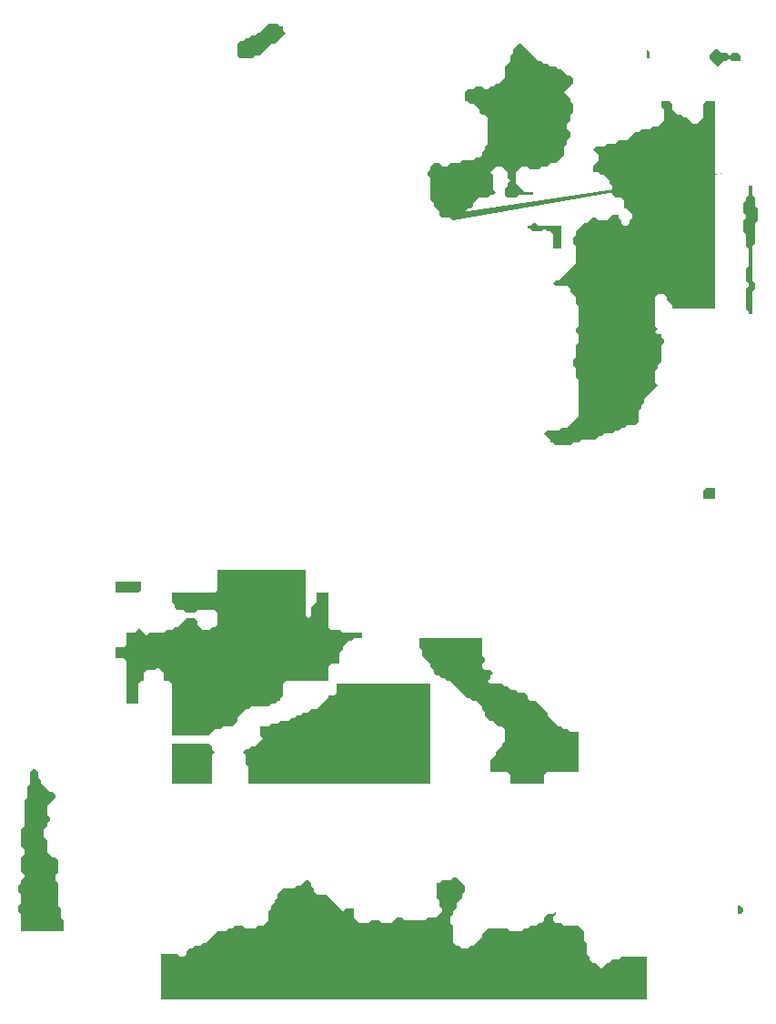
<source format=gbr>
%FSLAX24Y24*%
%MOIN*%
G36*
X37604Y42604D02*
X37708Y42604D01*
X35937Y42604D02*
X35937Y42916D01*
X36041Y42812D01*
X36041Y42604D01*
X21041Y42604D02*
X20937Y42708D01*
X20937Y43125D01*
X21041Y43229D01*
X21145Y43229D01*
X21250Y43333D01*
X21354Y43333D01*
X21458Y43437D01*
X21562Y43437D01*
X21666Y43541D01*
X21770Y43541D01*
X22083Y43854D01*
X22395Y43854D01*
X22500Y43750D01*
X22604Y43750D01*
X22604Y43645D01*
X22708Y43541D01*
X22291Y43125D01*
X22187Y43125D01*
X21770Y42708D01*
X21562Y42708D01*
X21458Y42604D01*
X38541Y42291D02*
X38229Y42604D01*
X38229Y42708D01*
X38437Y42916D01*
X38541Y42916D01*
X38645Y42812D01*
X38854Y42812D01*
X38958Y42708D01*
X39062Y42812D01*
X39270Y42812D01*
X39375Y42708D01*
X39375Y42500D01*
X39062Y42500D01*
X38958Y42604D01*
X38854Y42500D01*
X38750Y42500D01*
X38958Y38437D02*
X28854Y36666D02*
X28750Y36770D01*
X28437Y36770D01*
X28333Y36875D01*
X28333Y36979D01*
X28125Y37187D01*
X28125Y37291D01*
X28020Y37395D01*
X28020Y38229D01*
X27916Y38333D01*
X27916Y38437D01*
X28020Y38541D01*
X28020Y38645D01*
X28125Y38750D01*
X28333Y38750D01*
X28437Y38645D01*
X28645Y38645D01*
X28750Y38750D01*
X29062Y38750D01*
X29166Y38854D01*
X29583Y38854D01*
X29687Y38958D01*
X29791Y38958D01*
X29895Y39062D01*
X29895Y39166D01*
X30000Y39270D01*
X30000Y39375D01*
X30104Y39479D01*
X30104Y40416D01*
X30000Y40520D01*
X29895Y40520D01*
X29791Y40625D01*
X29791Y40729D01*
X29583Y40937D01*
X29479Y40937D01*
X29375Y41041D01*
X29270Y41041D01*
X29270Y41354D01*
X29375Y41458D01*
X29583Y41458D01*
X29687Y41562D01*
X29895Y41562D01*
X30000Y41458D01*
X30104Y41458D01*
X30208Y41562D01*
X30312Y41562D01*
X30416Y41666D01*
X30520Y41666D01*
X30729Y41875D01*
X30729Y42291D01*
X30937Y42500D01*
X30937Y42708D01*
X31041Y42812D01*
X31041Y42916D01*
X31250Y43125D01*
X31354Y43125D01*
X31979Y42500D01*
X32083Y42500D01*
X32187Y42395D01*
X32291Y42395D01*
X32395Y42291D01*
X32604Y42291D01*
X32708Y42187D01*
X32812Y42187D01*
X33020Y41979D01*
X33125Y41979D01*
X33229Y41875D01*
X33229Y41666D01*
X32916Y41354D01*
X33125Y41145D01*
X33125Y41041D01*
X33229Y40937D01*
X33229Y40625D01*
X33125Y40520D01*
X33125Y40312D01*
X33020Y40208D01*
X33020Y40000D01*
X33125Y39895D01*
X33125Y39687D01*
X33020Y39583D01*
X33020Y39479D01*
X32916Y39375D01*
X32916Y39062D01*
X32604Y38750D01*
X32395Y38750D01*
X32291Y38645D01*
X32083Y38645D01*
X31979Y38541D01*
X31666Y38541D01*
X31562Y38645D01*
X31354Y38645D01*
X31145Y38437D01*
X31145Y38020D01*
X31458Y37708D01*
X31770Y37708D01*
X31770Y37604D01*
X31250Y37604D01*
X31145Y37500D01*
X30833Y37500D01*
X30729Y37604D01*
X30729Y37812D01*
X30833Y37916D01*
X30833Y38020D01*
X30937Y38125D01*
X30833Y38229D01*
X30833Y38437D01*
X30625Y38645D01*
X30416Y38645D01*
X30208Y38437D01*
X30312Y38333D01*
X30312Y37812D01*
X30416Y37708D01*
X30312Y37604D01*
X30208Y37604D01*
X30104Y37500D01*
X29791Y37500D01*
X29583Y37291D01*
X29583Y37187D01*
X29479Y37083D01*
X29375Y37083D01*
X29270Y36979D01*
X29166Y36979D01*
X32500Y35625D02*
X32500Y36145D01*
X32395Y36250D01*
X32291Y36250D01*
X32187Y36354D01*
X32083Y36250D01*
X31770Y36250D01*
X31666Y36354D01*
X31562Y36354D01*
X31562Y36458D01*
X31666Y36458D01*
X31770Y36562D01*
X31875Y36562D01*
X31979Y36458D01*
X32812Y36458D01*
X32812Y35625D01*
X39687Y33229D02*
X39687Y33333D01*
X39583Y33437D01*
X39583Y34166D01*
X39687Y34270D01*
X39687Y34375D01*
X39583Y34479D01*
X39583Y34895D01*
X39687Y35000D01*
X39687Y35625D01*
X39583Y35729D01*
X39583Y36145D01*
X39479Y36250D01*
X39479Y36666D01*
X39583Y36770D01*
X39583Y36875D01*
X39479Y36979D01*
X39479Y37291D01*
X39583Y37395D01*
X39583Y37500D01*
X39687Y37604D01*
X39687Y37916D01*
X39791Y37916D01*
X39791Y37604D01*
X39895Y37500D01*
X39895Y37187D01*
X40000Y37083D01*
X40000Y36666D01*
X39895Y36562D01*
X39895Y35833D01*
X39791Y35729D01*
X39791Y34479D01*
X39895Y34375D01*
X39895Y34166D01*
X39791Y34062D01*
X39791Y33229D01*
X38125Y28958D02*
X38437Y28958D01*
X32604Y28437D02*
X32500Y28541D01*
X32395Y28541D01*
X32395Y28645D01*
X32187Y28854D01*
X32291Y28958D01*
X32708Y28958D01*
X32812Y29062D01*
X33020Y29062D01*
X33437Y29479D01*
X33437Y30833D01*
X33333Y30937D01*
X33333Y31250D01*
X33229Y31354D01*
X33229Y31562D01*
X33333Y31666D01*
X33333Y32083D01*
X33437Y32187D01*
X33437Y32500D01*
X33333Y32604D01*
X33333Y32708D01*
X33437Y32812D01*
X33437Y33541D01*
X33333Y33645D01*
X33333Y33854D01*
X33125Y34062D01*
X33125Y34166D01*
X33020Y34270D01*
X32604Y34270D01*
X32500Y34375D01*
X32395Y34375D01*
X32500Y34375D01*
X32604Y34479D01*
X32708Y34479D01*
X33333Y35104D01*
X33333Y35729D01*
X33229Y35833D01*
X33229Y36041D01*
X33333Y36145D01*
X33333Y36250D01*
X33645Y36562D01*
X33750Y36562D01*
X33958Y36770D01*
X34062Y36770D01*
X34166Y36666D01*
X34479Y36666D01*
X34687Y36875D01*
X34895Y36875D01*
X34895Y36770D01*
X35000Y36666D01*
X35000Y36562D01*
X35104Y36458D01*
X35208Y36458D01*
X35312Y36562D01*
X35312Y36666D01*
X35416Y36770D01*
X35416Y36875D01*
X35208Y37083D01*
X35104Y37083D01*
X35104Y37395D01*
X35000Y37500D01*
X34791Y37500D01*
X34687Y37604D01*
X34687Y37916D01*
X34583Y38020D01*
X34583Y38125D01*
X34375Y38333D01*
X34270Y38333D01*
X34166Y38437D01*
X33958Y38437D01*
X33958Y38645D01*
X34166Y38854D01*
X34166Y39062D01*
X33958Y39270D01*
X34062Y39375D01*
X34375Y39375D01*
X34479Y39479D01*
X34791Y39479D01*
X34895Y39583D01*
X35208Y39583D01*
X35520Y39895D01*
X35625Y39895D01*
X35729Y40000D01*
X36041Y40000D01*
X36145Y40104D01*
X36354Y40104D01*
X36562Y40312D01*
X36562Y40729D01*
X36458Y40833D01*
X36458Y41041D01*
X36770Y41041D01*
X36875Y40937D01*
X36875Y40729D01*
X37083Y40520D01*
X37187Y40520D01*
X37291Y40416D01*
X37395Y40416D01*
X37604Y40208D01*
X37812Y40208D01*
X38020Y40416D01*
X38020Y40937D01*
X38125Y41041D01*
X38437Y41041D01*
X38437Y33437D01*
X36875Y33437D01*
X36875Y33541D01*
X36666Y33750D01*
X36666Y33854D01*
X36562Y33958D01*
X36354Y33958D01*
X36250Y33854D01*
X36250Y32812D01*
X36354Y32708D01*
X36250Y32604D01*
X36354Y32500D01*
X36458Y32500D01*
X36458Y32395D01*
X36562Y32291D01*
X36562Y32187D01*
X36458Y32083D01*
X36458Y31458D01*
X36354Y31354D01*
X36354Y31250D01*
X36250Y31145D01*
X36250Y30729D01*
X36354Y30625D01*
X35833Y30104D01*
X35833Y30000D01*
X35729Y29895D01*
X35729Y29791D01*
X35625Y29687D01*
X35625Y29270D01*
X35520Y29166D01*
X35208Y29166D01*
X35104Y29062D01*
X35000Y29062D01*
X34895Y28958D01*
X34791Y28958D01*
X34687Y28854D01*
X34375Y28854D01*
X34270Y28750D01*
X34166Y28750D01*
X34062Y28645D01*
X33541Y28645D01*
X33437Y28541D01*
X33229Y28541D01*
X33125Y28437D01*
X38020Y26458D02*
X38020Y26770D01*
X38125Y26875D01*
X38437Y26875D01*
X38437Y26458D01*
X39687Y25104D02*
X39687Y25208D01*
X16458Y23020D02*
X16458Y23437D01*
X17395Y23437D01*
X17395Y23125D01*
X17291Y23020D01*
X18541Y17812D02*
X18541Y19687D01*
X18437Y19791D01*
X18229Y19791D01*
X18229Y20104D01*
X18020Y20312D01*
X17916Y20208D01*
X17604Y20208D01*
X17500Y20104D01*
X17500Y19791D01*
X17395Y19791D01*
X17291Y19687D01*
X17291Y18958D01*
X16875Y18958D01*
X16875Y20520D01*
X16770Y20625D01*
X16458Y20625D01*
X16458Y21041D01*
X16770Y21041D01*
X16875Y21145D01*
X16875Y21562D01*
X17187Y21562D01*
X17291Y21666D01*
X17291Y21770D01*
X17604Y21458D01*
X17708Y21562D01*
X18229Y21562D01*
X18333Y21666D01*
X18541Y21666D01*
X18645Y21770D01*
X18750Y21770D01*
X19062Y22083D01*
X19375Y22083D01*
X19479Y21979D01*
X19479Y21875D01*
X19687Y21666D01*
X19895Y21666D01*
X20000Y21770D01*
X20104Y21770D01*
X20208Y21875D01*
X20208Y22291D01*
X20104Y22395D01*
X19479Y22395D01*
X19375Y22291D01*
X19062Y22291D01*
X18958Y22395D01*
X18750Y22395D01*
X18645Y22500D01*
X18645Y22604D01*
X18541Y22708D01*
X18541Y23020D01*
X20104Y23020D01*
X20208Y23125D01*
X20208Y23854D01*
X23437Y23854D01*
X23437Y22187D01*
X23541Y22083D01*
X23645Y22187D01*
X23645Y22500D01*
X23854Y22708D01*
X23854Y23020D01*
X24270Y23020D01*
X24270Y21770D01*
X24375Y21666D01*
X24687Y21666D01*
X24791Y21562D01*
X25520Y21562D01*
X25520Y21354D01*
X25208Y21354D01*
X25104Y21250D01*
X25000Y21250D01*
X24791Y21041D01*
X24791Y20937D01*
X24687Y20833D01*
X24687Y20416D01*
X24375Y20416D01*
X24270Y20312D01*
X24270Y19791D01*
X22708Y19791D01*
X22604Y19687D01*
X22604Y19270D01*
X22500Y19166D01*
X22500Y19062D01*
X22395Y19062D01*
X22291Y18958D01*
X22187Y18958D01*
X22083Y18854D01*
X21458Y18854D01*
X21354Y18750D01*
X21250Y18750D01*
X20937Y18437D01*
X20937Y18333D01*
X20729Y18125D01*
X20416Y18125D01*
X20312Y18020D01*
X20104Y18020D01*
X19895Y17812D01*
X30937Y16041D02*
X30937Y16354D01*
X30833Y16458D01*
X30208Y16458D01*
X30208Y16875D01*
X30416Y17083D01*
X30416Y17187D01*
X30625Y17395D01*
X30625Y17500D01*
X30729Y17604D01*
X30729Y18020D01*
X30625Y18125D01*
X30520Y18125D01*
X30312Y18333D01*
X30208Y18333D01*
X30000Y18541D01*
X30000Y18645D01*
X29895Y18750D01*
X29895Y18854D01*
X29687Y19062D01*
X29583Y19062D01*
X29479Y19166D01*
X29375Y19166D01*
X28750Y19791D01*
X28645Y19791D01*
X28541Y19895D01*
X28437Y19895D01*
X28333Y20000D01*
X28229Y20000D01*
X28125Y20104D01*
X28125Y20208D01*
X28020Y20312D01*
X28020Y20416D01*
X27708Y20729D01*
X27708Y20937D01*
X27604Y21041D01*
X27604Y21354D01*
X29895Y21354D01*
X29895Y20729D01*
X30000Y20625D01*
X30000Y20520D01*
X29895Y20416D01*
X29895Y20312D01*
X30000Y20208D01*
X30208Y20208D01*
X30312Y20104D01*
X30208Y20000D01*
X30208Y19895D01*
X30104Y19791D01*
X30208Y19687D01*
X30625Y19687D01*
X30729Y19583D01*
X30833Y19583D01*
X30937Y19479D01*
X31145Y19479D01*
X31250Y19375D01*
X31458Y19375D01*
X31562Y19270D01*
X31562Y19166D01*
X31666Y19062D01*
X31875Y19062D01*
X32291Y18645D01*
X32291Y18541D01*
X32708Y18125D01*
X32812Y18125D01*
X32916Y18020D01*
X33020Y18020D01*
X33125Y17916D01*
X33437Y17916D01*
X33437Y16458D01*
X32291Y16458D01*
X32187Y16354D01*
X32187Y16041D01*
X21354Y16041D02*
X21354Y16666D01*
X21250Y16770D01*
X21250Y17083D01*
X21145Y17187D01*
X21250Y17291D01*
X21354Y17291D01*
X21458Y17395D01*
X21562Y17395D01*
X21875Y17708D01*
X21770Y17812D01*
X21770Y18125D01*
X22083Y18125D01*
X22187Y18229D01*
X22395Y18229D01*
X22500Y18333D01*
X22812Y18333D01*
X22916Y18437D01*
X23020Y18437D01*
X23125Y18541D01*
X23229Y18541D01*
X23333Y18645D01*
X23541Y18645D01*
X23645Y18750D01*
X23854Y18750D01*
X24270Y19166D01*
X24270Y19270D01*
X24479Y19270D01*
X24583Y19375D01*
X24583Y19687D01*
X28020Y19687D01*
X28020Y16041D01*
X18541Y16041D02*
X18541Y17500D01*
X19895Y17500D01*
X20000Y17395D01*
X20000Y17291D01*
X20104Y17187D01*
X20000Y17083D01*
X20000Y16041D01*
X39270Y11250D02*
X39270Y11562D01*
X39375Y11562D01*
X39479Y11458D01*
X39479Y11354D01*
X39375Y11250D01*
X13020Y10625D02*
X13020Y11250D01*
X12916Y11354D01*
X12916Y11562D01*
X13020Y11666D01*
X13020Y11979D01*
X12916Y12083D01*
X12916Y12291D01*
X13020Y12395D01*
X13020Y12500D01*
X13125Y12604D01*
X13125Y12708D01*
X13020Y12812D01*
X13020Y13333D01*
X13125Y13437D01*
X13125Y13645D01*
X13020Y13750D01*
X13020Y14375D01*
X13125Y14479D01*
X13125Y15416D01*
X13229Y15520D01*
X13229Y15937D01*
X13333Y16041D01*
X13333Y16458D01*
X13437Y16562D01*
X13541Y16562D01*
X13645Y16458D01*
X13645Y16250D01*
X13750Y16145D01*
X13750Y16041D01*
X14062Y15729D01*
X14166Y15729D01*
X14270Y15625D01*
X14270Y15520D01*
X13958Y15208D01*
X13958Y14895D01*
X14062Y14791D01*
X14062Y14687D01*
X13958Y14583D01*
X13958Y14479D01*
X13854Y14375D01*
X13854Y14062D01*
X13958Y13958D01*
X13958Y13541D01*
X14166Y13333D01*
X14270Y13333D01*
X14375Y13229D01*
X14375Y12812D01*
X14270Y12708D01*
X14270Y12500D01*
X14375Y12395D01*
X14375Y11562D01*
X14479Y11458D01*
X14479Y11145D01*
X14583Y11041D01*
X14583Y10625D01*
X18125Y8125D02*
X18125Y9791D01*
X18750Y9791D01*
X18854Y9687D01*
X18958Y9687D01*
X19062Y9791D01*
X19062Y9895D01*
X19166Y10000D01*
X19270Y10000D01*
X19375Y10104D01*
X19583Y10104D01*
X19687Y10208D01*
X19791Y10208D01*
X20208Y10625D01*
X20520Y10625D01*
X20625Y10729D01*
X20729Y10729D01*
X20833Y10833D01*
X21145Y10833D01*
X21250Y10729D01*
X21562Y10729D01*
X21666Y10833D01*
X21875Y10833D01*
X22083Y11041D01*
X22083Y11354D01*
X22187Y11458D01*
X22187Y11562D01*
X22291Y11666D01*
X22291Y11770D01*
X22395Y11875D01*
X22395Y11979D01*
X22604Y12187D01*
X23020Y12187D01*
X23125Y12291D01*
X23229Y12291D01*
X23437Y12500D01*
X23541Y12500D01*
X23645Y12395D01*
X23645Y12291D01*
X23750Y12187D01*
X23750Y12083D01*
X23854Y11979D01*
X24166Y11979D01*
X24791Y11354D01*
X24895Y11458D01*
X25208Y11458D01*
X25208Y11145D01*
X25416Y10937D01*
X25729Y10937D01*
X25833Y11041D01*
X26145Y11041D01*
X26250Y10937D01*
X26562Y10937D01*
X26770Y11145D01*
X26979Y11145D01*
X27083Y11041D01*
X27812Y11041D01*
X27916Y11145D01*
X28229Y11145D01*
X28437Y11354D01*
X28437Y11458D01*
X28333Y11562D01*
X28333Y11770D01*
X28229Y11875D01*
X28229Y12395D01*
X28333Y12395D01*
X28437Y12500D01*
X28750Y12500D01*
X28854Y12604D01*
X28958Y12604D01*
X29270Y12291D01*
X29270Y12083D01*
X29166Y11979D01*
X29166Y11875D01*
X28958Y11666D01*
X28958Y11458D01*
X28854Y11354D01*
X28854Y11250D01*
X28750Y11145D01*
X28750Y10937D01*
X28854Y10833D01*
X28854Y10208D01*
X28958Y10104D01*
X29062Y10104D01*
X29166Y10000D01*
X29375Y10000D01*
X29479Y10104D01*
X29583Y10104D01*
X29895Y10416D01*
X29895Y10520D01*
X30104Y10729D01*
X30833Y10729D01*
X30937Y10625D01*
X31354Y10625D01*
X31458Y10729D01*
X31562Y10729D01*
X31666Y10833D01*
X31875Y10833D01*
X31979Y10937D01*
X32083Y10937D01*
X32187Y11041D01*
X32187Y11145D01*
X32291Y11250D01*
X32500Y11250D01*
X32604Y11354D01*
X32604Y11250D01*
X32500Y11145D01*
X32500Y11041D01*
X32604Y10937D01*
X32812Y10937D01*
X32916Y10833D01*
X33437Y10833D01*
X33645Y10625D01*
X33645Y10312D01*
X33750Y10208D01*
X33750Y9791D01*
X33854Y9687D01*
X33854Y9583D01*
X33958Y9479D01*
X34062Y9479D01*
X34270Y9270D01*
X34479Y9479D01*
X34583Y9479D01*
X34687Y9583D01*
X34895Y9583D01*
X35000Y9687D01*
X35937Y9687D01*
X35937Y8125D01*
G37*
M02*

</source>
